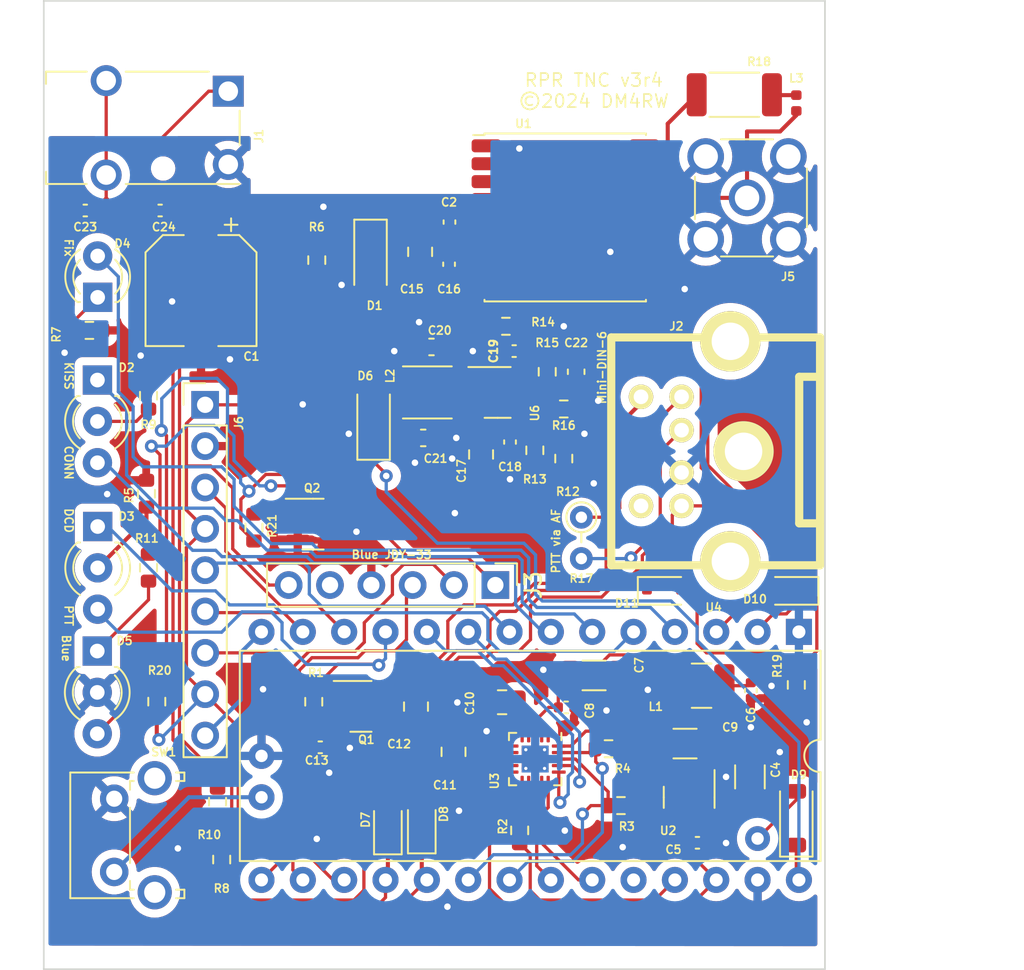
<source format=kicad_pcb>
(kicad_pcb (version 20221018) (generator pcbnew)
  (layers (0 "F.Cu" signal) (31 "B.Cu" signal) (35 "F.Paste" user) (37 "F.SilkS" user "F.Silkscreen") (38 "B.Mask" user) (39 "F.Mask" user) (44 "Edge.Cuts" user))
  (net 0 "")
  (net 1 "GND")
  (net 2 "+3V3")
  (net 3 "+1V8")
  (net 4 "Net-(U3-VDDA)")
  (net 5 "Net-(U3-VAG)")
  (net 6 "RxAudio")
  (net 7 "Net-(U3-LINEIN_L)")
  (net 8 "TxAudio")
  (net 9 "Net-(U3-LINEOUT_L)")
  (net 10 "RXD")
  (net 11 "Net-(Q1-G)")
  (net 12 "CS")
  (net 13 "DC")
  (net 14 "MOSI")
  (net 15 "SCK")
  (net 16 "MISO")
  (net 17 "TxPTT")
  (net 18 "PTT")
  (net 19 "Net-(U6-BOOT)")
  (net 20 "MCLK")
  (net 21 "SDA")
  (net 22 "SCL")
  (net 23 "DCD")
  (net 24 "FIX")
  (net 25 "LRCLK")
  (net 26 "SCLK")
  (net 27 "DOUT")
  (net 28 "DIN")
  (net 29 "TXD")
  (net 30 "KISS")
  (net 31 "Net-(U6-SW)")
  (net 32 "CONN")
  (net 33 "VMEM")
  (net 34 "Net-(D6-A)")
  (net 35 "Net-(U6-FB)")
  (net 36 "Net-(D1-K)")
  (net 37 "Net-(D2-K)")
  (net 38 "Net-(D3-K)")
  (net 39 "Net-(D4-K)")
  (net 40 "PDL-l")
  (net 41 "PDL-r")
  (net 42 "+12V")
  (net 43 "Net-(D9-A)")
  (net 44 "Net-(D10-K)")
  (net 45 "Net-(C22-Pad1)")
  (net 47 "Net-(C23-Pad2)")
  (net 48 "Net-(C24-Pad1)")
  (net 49 "V-Ext")
  (net 50 "Net-(J5-In)")
  (net 51 "Net-(L3-Pad2)")
  (net 52 "Net-(U3-SYS_MCLK)")
  (net 53 "Net-(U6-EN)")
  (net 54 "Net-(U1-VCC_RF)")
  (net 55 "Net-(U4-Program)")
  (net 73 "Blue-TX")
  (net 74 "Blue-RX")
  (net 75 "State")
  (net 76 "Net-(D5-A1)")
  (net 77 "Net-(D5-A2)")
  (net 79 "Net-(Q2-G)")
  (footprint "Capacitor_SMD:C_1206_3216Metric" (layer "F.Cu") (at 177.49 135.382 90)
    (fp_text reference "C4")
    (fp_text value "2µ2")
  )
  (footprint "Capacitor_SMD:C_0402_1005Metric" (layer "F.Cu") (at 174.264 139.432)
    (fp_text reference "C5")
    (fp_text value "100n")
  )
  (footprint "Capacitor_SMD:C_0402_1005Metric" (layer "F.Cu") (at 177.546 130.076 -90)
    (fp_text reference "C6")
    (fp_text value "100n")
  )
  (footprint "Capacitor_SMD:C_1206_3216Metric" (layer "F.Cu") (at 167.914 129.15)
    (fp_text reference "C7")
    (fp_text value "2µ2")
  )
  (footprint "Capacitor_SMD:C_0402_1005Metric" (layer "F.Cu") (at 166.1995 131.1135)
    (fp_text reference "C8")
    (fp_text value "100n")
  )
  (footprint "Capacitor_SMD:C_1206_3216Metric" (layer "F.Cu") (at 173.502 133.336)
    (fp_text reference "C9")
    (fp_text value "2µ2")
  )
  (footprint "Capacitor_SMD:C_0805_2012Metric" (layer "F.Cu") (at 162.2625 130.796 180)
    (fp_text reference "C10")
    (fp_text value "150n")
  )
  (footprint "Capacitor_SMD:C_0805_2012Metric" (layer "F.Cu") (at 159.278 133.844 90)
    (fp_text reference "C11")
    (fp_text value "1µ")
  )
  (footprint "Capacitor_SMD:C_0805_2012Metric" (layer "F.Cu") (at 156.972 131.064 -90)
    (fp_text reference "C12")
    (fp_text value "1µ")
  )
  (footprint "Capacitor_SMD:C_0402_1005Metric" (layer "F.Cu") (at 151.09 133.566)
    (fp_text reference "C13")
    (fp_text value "10n")
  )
  (footprint "Capacitor_SMD:C_0805_2012Metric" (layer "F.Cu") (at 157.226 103.124 90)
    (fp_text reference "C15")
    (fp_text value "10µ")
  )
  (footprint "Capacitor_SMD:C_0402_1005Metric" (layer "F.Cu") (at 159.004 103.886 90)
    (fp_text reference "C16")
    (fp_text value "100n")
  )
  (footprint "TeensyRPR:Mini_DIN_6_TE_Connectivity" (layer "F.Cu") (at 174.518 115.302 -90)
    (fp_text reference "J2")
    (fp_text value "Mini-DIN-6")
  )
  (footprint "Connector_PinHeader_2.54mm:PinHeader_1x09_P2.54mm_Vertical" (layer "F.Cu") (at 144.018 112.522)
    (fp_text reference "J6")
    (fp_text value "Display (option)")
  )
  (footprint "Inductor_SMD:L_1210_3225Metric" (layer "F.Cu") (at 174.518 129.78)
    (fp_text reference "L1")
    (fp_text value "470µ")
  )
  (footprint "Package_TO_SOT_SMD:SOT-23" (layer "F.Cu") (at 153.59 131.05)
    (fp_text reference "Q1")
    (fp_text value "2N7002")
  )
  (footprint "Resistor_SMD:R_0603_1608Metric" (layer "F.Cu") (at 150.69 130.766 -90)
    (fp_text reference "R1")
    (fp_text value "4k7")
  )
  (footprint "Resistor_SMD:R_0603_1608Metric" (layer "F.Cu") (at 163.342 138.67 -90)
    (fp_text reference "R2")
    (fp_text value "100")
  )
  (footprint "Resistor_SMD:R_0603_1608Metric" (layer "F.Cu") (at 169.565 137.146)
    (fp_text reference "R3")
    (fp_text value "2k2")
  )
  (footprint "Resistor_SMD:R_0603_1608Metric" (layer "F.Cu") (at 168.803 133.6535 180)
    (fp_text reference "R4")
    (fp_text value "2k2")
  )
  (footprint "Resistor_SMD:R_0603_1608Metric" (layer "F.Cu") (at 140.4112 117.983 -90)
    (fp_text reference "R5")
    (fp_text value "1k")
  )
  (footprint "Resistor_SMD:R_0603_1608Metric" (layer "F.Cu") (at 136.906 107.95 180)
    (fp_text reference "R7")
    (fp_text value "1k")
  )
  (footprint "Package_TO_SOT_SMD:SOT-23" (layer "F.Cu") (at 173.756 136.638 -90)
    (fp_text reference "U2")
    (fp_text value "AP2120N-1.8TRG1")
  )
  (footprint "TeensyRPR:Teensy40-DIP-28_W15.24mm" (layer "F.Cu") (at 180.499499 126.473501 -90)
    (fp_text reference "U4")
    (fp_text value "Teensy4.0")
  )
  (footprint "Resistor_SMD:R_0603_1608Metric" (layer "F.Cu") (at 140.5382 111.9632 -90)
    (fp_text reference "R9")
    (fp_text value "1k")
  )
  (footprint "TeensyRPR:SGTL5000-QFN-20-1EP_3x3mm_P0.4mm_ThermalVias" (layer "F.Cu") (at 164.2945 134.2885 -90)
    (fp_text reference "U3")
    (fp_text value "SGTL5000XNLA3")
  )
  (footprint "Connector_Coaxial:SMA_Molex_73251-2200_Horizontal" (layer "F.Cu") (at 177.312 99.808 -90)
    (fp_text reference "J5")
    (fp_text value "SMA")
  )
  (footprint "Resistor_SMD:R_0603_1608Metric" (layer "F.Cu") (at 150.876 103.632 -90)
    (fp_text reference "R6")
    (fp_text value "330")
  )
  (footprint "Diode_SMD:D_SOD-123" (layer "F.Cu") (at 154.178 103.506 -90)
    (fp_text reference "D1")
    (fp_text value "D_Schottky")
  )
  (footprint "Capacitor_SMD:CP_Elec_6.3x7.7" (layer "F.Cu") (at 143.764 105.504 -90)
    (fp_text reference "C1")
    (fp_text value "470uF")
  )
  (footprint "LED_THT:LED_D3.0mm-3" (layer "F.Cu") (at 137.4 111 -90)
    (fp_text reference "D2")
    (fp_text value "LED_RG_ACA")
  )
  (footprint "LED_THT:LED_D3.0mm-3" (layer "F.Cu") (at 137.414 120 -90)
    (fp_text reference "D3")
    (fp_text value "LED_RG_ACA")
  )
  (footprint "LED_THT:LED_D3.0mm" (layer "F.Cu") (at 137.414 105.918 90)
    (fp_text reference "D4")
    (fp_text value "LED_G")
  )
  (footprint "Resistor_SMD:R_0603_1608Metric" (layer "F.Cu") (at 140.5382 122.5296 90)
    (fp_text reference "R11")
    (fp_text value "1k")
  )
  (footprint "Button_Switch_THT:SW_Tactile_SPST_Angled_PTS645Vx31-2LFS" (layer "F.Cu") (at 138.43 141.224 90)
    (fp_text reference "SW1")
    (fp_text value "SW_Push")
  )
  (footprint "Capacitor_SMD:C_0402_1005Metric" (layer "F.Cu") (at 136.652 100.584)
    (fp_text reference "C23")
    (fp_text value "10n")
  )
  (footprint "Capacitor_SMD:C_0402_1005Metric" (layer "F.Cu") (at 141.252 100.584)
    (fp_text reference "C24")
    (fp_text value "10n")
  )
  (footprint "Diode_SMD:D_SOD-323" (layer "F.Cu") (at 155.2448 138.5316 90)
    (fp_text reference "D7")
    (fp_text value "TVS_5v")
  )
  (footprint "Diode_SMD:D_SOD-323" (layer "F.Cu") (at 157.3276 138.4722 90)
    (fp_text reference "D8")
    (fp_text value "TVS_5v")
  )
  (footprint "Resistor_SMD:R_0603_1608Metric" (layer "F.Cu") (at 145.034 140.462 90)
    (fp_text reference "R8")
    (fp_text value "10k")
  )
  (footprint "Resistor_SMD:R_0603_1608Metric" (layer "F.Cu") (at 144.78 136.906 90)
    (fp_text reference "R10")
    (fp_text value "10k")
  )
  (footprint "Connector_Audio:Jack_3.5mm_Switronic_ST-005-G_horizontal" (layer "F.Cu") (at 138.938 95.504)
    (fp_text reference "J1")
    (fp_text value "AudioPlug3")
  )
  (footprint "Capacitor_SMD:C_0805_2012Metric" (layer "F.Cu") (at 160.9715 115.5715 -90)
    (fp_text reference "C17")
    (fp_text value "10µ")
  )
  (footprint "Capacitor_SMD:C_0402_1005Metric" (layer "F.Cu") (at 162.7495 114.8095 -90)
    (fp_text reference "C18")
    (fp_text value "100n")
  )
  (footprint "Capacitor_SMD:C_0402_1005Metric" (layer "F.Cu") (at 163.0035 109.2215)
    (fp_text reference "C19")
    (fp_text value "100n")
  )
  (footprint "Capacitor_SMD:C_0603_1608Metric" (layer "F.Cu") (at 157.9235 108.9675 180)
    (fp_text reference "C20")
    (fp_text value "22µ")
  )
  (footprint "Capacitor_SMD:C_0603_1608Metric" (layer "F.Cu") (at 157.4155 114.5555)
    (fp_text reference "C21")
    (fp_text value "22µ")
  )
  (footprint "Capacitor_SMD:C_0603_1608Metric" (layer "F.Cu") (at 166.8135 110.4915 -90)
    (fp_text reference "C22")
    (fp_text value "75pF")
  )
  (footprint "Inductor_SMD:L_Taiyo-Yuden_MD-3030" (layer "F.Cu") (at 157.6695 111.7615 180)
    (fp_text reference "L2")
    (fp_text value "15uH")
  )
  (footprint "Resistor_SMD:R_0603_1608Metric" (layer "F.Cu") (at 166.0515 115.8255 -90)
    (fp_text reference "R12")
    (fp_text value "511k")
  )
  (footprint "Resistor_SMD:R_0603_1608Metric" (layer "F.Cu") (at 164.2735 115.3175 90)
    (fp_text reference "R13")
    (fp_text value "105k")
  )
  (footprint "Resistor_SMD:R_0603_1608Metric" (layer "F.Cu") (at 162.4955 107.6975 180)
    (fp_text reference "R14")
    (fp_text value "49.9")
  )
  (footprint "Resistor_SMD:R_0603_1608Metric" (layer "F.Cu") (at 165.0355 110.4915 90)
    (fp_text reference "R15")
    (fp_text value "100k")
  )
  (footprint "Resistor_SMD:R_0603_1608Metric" (layer "F.Cu") (at 166.0515 112.7775 180)
    (fp_text reference "R16")
    (fp_text value "13.3k")
  )
  (footprint "Package_TO_SOT_SMD:SOT-23-6" (layer "F.Cu") (at 161.9875 111.7615)
    (fp_text reference "U6")
    (fp_text value "TPS54202DDC")
  )
  (footprint "Diode_SMD:D_SOD-123" (layer "F.Cu") (at 154.3675 113.538 90)
    (fp_text reference "D6")
    (fp_text value "D_Schottky")
  )
  (footprint "Diode_SMD:D_SOD-123" (layer "F.Cu") (at 180.34 137.922 90)
    (fp_text reference "D9")
    (fp_text value "D_Schottky")
  )
  (footprint "Resistor_THT:R_Axial_DIN0204_L3.6mm_D1.6mm_P2.54mm_Vertical" (layer "F.Cu") (at 167.132 119.43 -90)
    (fp_text reference "R17")
    (fp_text value "33k")
  )
  (footprint "Resistor_SMD:R_0603_1608Metric" (layer "F.Cu") (at 180.34 129.731 -90)
    (fp_text reference "R19")
    (fp_text value "100")
  )
  (footprint "Capacitor_SMD:C_0402_1005Metric" (layer "F.Cu") (at 159.0294 101.2952 90)
    (fp_text reference "C2")
    (fp_text value "100n")
  )
  (footprint "Diode_SMD:D_SOD-323" (layer "F.Cu") (at 172.212 123.952)
    (fp_text reference "D11")
    (fp_text value "1N4148WS")
  )
  (footprint "Diode_SMD:D_SOD-323" (layer "F.Cu") (at 180.086 123.952 180)
    (fp_text reference "D10")
    (fp_text value "1N4148WS")
  )
  (footprint "Package_TO_SOT_SMD:SOT-23" (layer "F.Cu") (at 150.6451 119.8524)
    (fp_text reference "Q2")
    (fp_text value "2N7002")
  )
  (footprint "LED_THT:LED_D3.0mm-3" (layer "F.Cu") (at 137.3886 127.6504 -90)
    (fp_text reference "D5")
    (fp_text value "LED_RB_ACA")
  )
  (footprint "Resistor_SMD:R_2010_5025Metric" (layer "F.Cu") (at 176.53 93.472 180)
    (fp_text reference "R18")
    (fp_text value "10")
  )
  (footprint "Inductor_SMD:L_0402_1005Metric" (layer "F.Cu") (at 180.34 93.98 90)
    (fp_text reference "L3")
    (fp_text value "56nH")
  )
  (footprint "Connector_PinHeader_2.54mm:PinHeader_1x06_P2.54mm_Vertical" (layer "F.Cu") (at 161.8488 123.5964 -90)
    (fp_text reference "J3")
    (fp_text value "Bluetooth")
  )
  (footprint "Resistor_SMD:R_0603_1608Metric" (layer "F.Cu") (at 147.0152 120.0658 -90)
    (fp_text reference "R21")
    (fp_text value "4k7")
  )
  (footprint "Resistor_SMD:R_0603_1608Metric" (layer "F.Cu") (at 141.0462 130.7592 -90)
    (fp_text reference "R20")
    (fp_text value "1k")
  )
  (footprint "RF_GPS:Quectel_L70-R" (layer "F.Cu") (at 166.14 101.01)
    (fp_text reference "U1")
    (fp_text value "L70-R")
  )
  (gr_line (start 134.1 147.2) (end 134.1 87.7) (stroke (width 0.1)) (layer "Edge.Cuts"))
  (gr_line (start 182.1 147.2) (end 134.1 147.2) (stroke (width 0.1)) (layer "Edge.Cuts"))
  (gr_line (start 134.1 87.7) (end 182.1 87.7) (stroke (width 0.1)) (layer "Edge.Cuts"))
  (gr_line (start 182.1 87.7) (end 182.1 147.2) (stroke (width 0.1)) (layer "Edge.Cuts"))
  (gr_text "CONN" (at 135.636 116.078 -90) (layer "F.SilkS") (effects (font (size 0.5 0.5) (thickness 0.1))))
  (gr_text "KISS" (at 135.636 110.744 270) (layer "F.SilkS") (effects (font (size 0.5 0.5) (thickness 0.1))))
  (gr_text "Fix" (at 135.636 102.87 270) (layer "F.SilkS") (effects (font (size 0.5 0.5) (thickness 0.1))))
  (gr_text "PTT" (at 135.636 125.476 -90) (layer "F.SilkS") (effects (font (size 0.5 0.5) (thickness 0.1))))
  (gr_text "Blue JDY-33" (at 152.9588 122.0216) (layer "F.SilkS") (effects (font (size 0.5 0.5) (thickness 0.1) bold) (justify left bottom)))
  (gr_text "RPR TNC v3r4\n©2024 DM4RW" (at 167.894 93.218) (layer "F.SilkS") (effects (font (size 0.8 0.8) (thickness 0.1))))
  (gr_text "DCD" (at 135.636 119.634 -90) (layer "F.SilkS") (effects (font (size 0.5 0.5) (thickness 0.1))))
  (gr_text "PTT via AF" (at 165.862 122.936 90) (layer "F.SilkS") (effects (font (size 0.5 0.5) (thickness 0.1) bold) (justify left bottom)))
  (gr_text "Blue" (at 135.4836 127.4826 270) (layer "F.SilkS") (effects (font (size 0.5 0.5) (thickness 0.1))))
  (segment locked (start 160.9715 110.7275) (end 160.8875 110.8115) (width 0.2) (layer "F.Cu") (net 1))
  (via locked (at 159.1935 115.8255) (size 0.8) (drill 0.4) (layers "F.Cu" "B.Cu") (net 1))
  (via locked (at 167.894 117.3495) (size 0.8) (drill 0.4) (layers "F.Cu" "B.Cu") (net 1))
  (via (at 152.908 133.604) (size 0.8) (drill 0.4) (layers "F.Cu" "B.Cu") (net 1))
  (via (at 159.512 130.81) (size 0.8) (drill 0.4) (layers "F.Cu" "B.Cu") (net 1))
  (via (at 176.022 139.446) (size 0.8) (drill 0.4) (layers "F.Cu" "B.Cu") (net 1))
  (via (at 135.382 109.3216) (size 0.8) (drill 0.4) (layers "F.Cu" "B.Cu") (net 1))
  (via (at 141.986 106.172) (size 0.8) (drill 0.4) (layers "F.Cu" "B.Cu") (net 1))
  (via (at 145.542 109.728) (size 0.8) (drill 0.4) (layers "F.Cu" "B.Cu") (net 1))
  (via (at 152.4 105.156) (size 0.8) (drill 0.4) (layers "F.Cu" "B.Cu") (net 1))
  (via locked (at 157.1615 107.4435) (size 0.8) (drill 0.4) (layers "F.Cu" "B.Cu") (net 1))
  (via locked (at 159.4475 114.5555) (size 0.8) (drill 0.4) (layers "F.Cu" "B.Cu") (net 1))
  (via (at 178.816 129.794) (size 0.8) (drill 0.4) (layers "F.Cu" "B.Cu") (net 1))
  (via (at 168.676 131.304) (size 0.8) (drill 0.4) (layers "F.Cu" "B.Cu") (net 1))
  (via (at 163.322 96.774) (size 0.8) (drill 0.4) (layers "F.Cu" "B.Cu") (net 1))
  (via (at 150.876 139.192) (size 0.8) (drill 0.4) (layers "F.Cu" "B.Cu") (net 1))
  (via (at 159.3596 119.1768) (size 0.8) (drill 0.4) (layers "F.Cu" "B.Cu") (net 1))
  (via (at 142.3416 139.7762) (size 0.8) (drill 0.4) (layers "F.Cu" "B.Cu") (net 1))
  (via (at 179.324 133.858) (size 0.8) (drill 0.4) (layers "F.Cu" "B.Cu") (net 1))
  (via (at 153.3144 120.3198) (size 0.8) (drill 0.4) (layers "F.Cu" "B.Cu") (net 1))
  (via (at 171.216 130.034) (size 0.8) (drill 0.4) (layers "F.Cu" "B.Cu") (net 1))
  (via (at 166.116 138.684) (size 0.8) (drill 0.4) (layers "F.Cu" "B.Cu") (net 1))
  (via locked (at 168.1675 112.2695) (size 0.8) (drill 0.4) (layers "F.Cu" "B.Cu") (net 1))
  (via (at 161.31 132.574) (size 0.8) (drill 0.4) (layers "F.Cu" "B.Cu") (net 1))
  (via (at 158.9024 143.3576) (size 0.8) (drill 0.4) (layers "F.Cu" "B.Cu") (net 1))
  (via (at 137.9982 118.0084) (size 0.8) (drill 0.4) (layers "F.Cu" "B.Cu") (net 1))
  (via (at 173.482 105.41) (size 0.8) (drill 0.4) (layers "F.Cu" "B.Cu") (net 1))
  (via (at 140.0556 109.4994) (size 0.8) (drill 0.4) (layers "F.Cu" "B.Cu") (net 1))
  (via locked (at 156.9075 116.0795) (size 0.8) (drill 0.4) (layers "F.Cu" "B.Cu") (net 1))
  (via locked (at 152.8435 114.3015) (size 0.8) (drill 0.4) (layers "F.Cu" "B.Cu") (net 1))
  (via locked (at 155.6375 109.2215) (size 0.8) (drill 0.4) (layers "F.Cu" "B.Cu") (net 1))
  (via locked (at 166.0515 107.6975) (size 0.8) (drill 0.4) (layers "F.Cu" "B.Cu") (net 1))
  (via (at 147.574 129.9972) (size 0.8) (drill 0.4) (layers "F.Cu" "B.Cu") (net 1))
  (via locked (at 160.4635 109.2215) (size 0.8) (drill 0.4) (layers "F.Cu" "B.Cu") (net 1))
  (via (at 150.0124 112.4966) (size 0.8) (drill 0.4) (layers "F.Cu" "B.Cu") (net 1))
  (via (at 164.7952 128.8034) (size 0.8) (drill 0.4) (layers "F.Cu" "B.Cu") (net 1))
  (via locked (at 162.7495 117.0955) (size 0.8) (drill 0.4) (layers "F.Cu" "B.Cu") (net 1))
  (via (at 159.6136 137.4648) (size 0.8) (drill 0.4) (layers "F.Cu" "B.Cu") (net 1))
  (via (at 168.91 103.124) (size 0.8) (drill 0.4) (layers "F.Cu" "B.Cu") (net 1))
  (via locked (at 167.3215 114.3015) (size 0.8) (drill 0.4) (layers "F.Cu" "B.Cu") (net 1))
  (via (at 177.546 132.334) (size 0.8) (drill 0.4) (layers "F.Cu" "B.Cu") (net 1))
  (via (at 176.022 135.382) (size 0.8) (drill 0.4) (layers "F.Cu" "B.Cu") (net 1))
  (via (at 180.975 132.0292) (size 0.8) (drill 0.4) (layers "F.Cu" "B.Cu") (net 1))
  (via (at 151.638 135.128) (size 0.8) (drill 0.4) (layers "F.Cu" "B.Cu") (net 1))
  (via (at 169.672 139.7) (size 0.8) (drill 0.4) (layers "F.Cu" "B.Cu") (net 1))
  (via (at 151.2824 100.3554) (size 0.8) (drill 0.4) (layers "F.Cu" "B.Cu") (net 1))
  (segment (start 170.3525 134.4155) (end 169.5905 133.6535) (width 0.2) (layer "F.Cu") (net 2))
  (segment (start 159.794 103.406) (end 159.004 103.406) (width 0.25) (layer "F.Cu") (net 2))
  (segment (start 154.244 105.156) (end 157.226 102.174) (width 0.2) (layer "F.Cu") (net 2))
  (segment (start 161.49 138.7094) (end 161.49 137.922) (width 0.2) (layer "F.Cu") (net 2))
  (segment (start 173.756 137.638) (end 173.756 139.409) (width 0.2) (layer "F.Cu") (net 2))
  (segment (start 162.590011 143.350011) (end 173.782989 143.350011) (width 0.2) (layer "F.Cu") (net 2))
  (segment (start 173.756 139.409) (end 173.779 139.432) (width 0.2) (layer "F.Cu") (net 2))
  (segment (start 160.698 104.31) (end 159.794 103.406) (width 0.25) (layer "F.Cu") (net 2))
  (segment (start 153.7716 138.7094) (end 161.49 138.7094) (width 0.2) (layer "F.Cu") (net 2))
  (segment (start 141.1732 133.096) (end 141.468122 133.096) (width 0.2) (layer "F.Cu") (net 2))
  (segment (start 157.772 102.174) (end 159.004 103.406) (width 0.2) (layer "F.Cu") (net 2))
  (segment (start 163.596 136.892) (end 162.326 136.892) (width 0.2) (layer "F.Cu") (net 2))
  (segment (start 175.918 129.78) (end 177.362 129.78) (width 0.2) (layer "F.Cu") (net 2))
  (segment (start 170.3525 137.146) (end 173.264 137.146) (width 0.2) (layer "F.Cu") (net 2))
  (segment (start 146.05 142.385514) (end 146.615686 142.9512) (width 0.2) (layer "F.Cu") (net 2))
  (segment (start 141.0462 132.969) (end 141.1732 133.096) (width 0.25) (layer "F.Cu") (net 2))
  (segment (start 144.018 130.302) (end 146.05 132.334) (width 0.2) (layer "F.Cu") (net 2))
  (segment (start 153.162 142.9512) (end 153.7716 142.3416) (width 0.2) (layer "F.Cu") (net 2))
  (segment (start 173.756 131.942) (end 173.756 136.654) (width 0.2) (layer "F.Cu") (net 2))
  (segment (start 141.0462 131.5842) (end 141.0462 132.969) (width 0.25) (layer "F.Cu") (net 2))
  (segment (start 144.018 120.142) (end 142.867999 118.991999) (width 0.2) (layer "F.Cu") (net 2))
  (segment (start 142.867999 113.672001) (end 144.018 112.522) (width 0.2) (layer "F.Cu") (net 2))
  (segment (start 173.756 136.654) (end 173.264 137.146) (width 0.2) (layer "F.Cu") (net 2))
  (segment (start 149.1488 123.5964) (end 147.936486 123.5964) (width 0.2) (layer "F.Cu") (net 2))
  (segment (start 161.49 137.728) (end 161.49 137.922) (width 0.2) (layer "F.Cu") (net 2))
  (segment (start 142.867999 116.332) (end 142.867999 116.2812) (width 0.2) (layer "F.Cu") (net 2))
  (segment (start 175.918 129.78) (end 173.756 131.942) (width 0.2) (layer "F.Cu") (net 2))
  (segment (start 142.867999 121.292001) (end 144.018 120.142) (width 0.2) (layer "F.Cu") (net 2))
  (segment (start 173.779 139.432) (end 173.779 140.073002) (width 0.2) (layer "F.Cu") (net 2))
  (segment (start 146.05 132.334) (end 146.05 142.385514) (width 0.2) (layer "F.Cu") (net 2))
  (segment (start 173.782989 143.350011) (end 175.419499 141.713501) (width 0.2) (layer "F.Cu") (net 2))
  (segment (start 142.867999 129.151999) (end 142.867999 121.292001) (width 0.2) (layer "F.Cu") (net 2))
  (segment (start 147.936486 123.5964) (end 145.713 121.372914) (width 0.2) (layer "F.Cu") (net 2))
  (segment (start 145.713 121.372914) (end 145.713 117.635299) (width 0.2) (layer "F.Cu") (net 2))
  (segment (start 162.326 136.892) (end 161.49 137.728) (width 0.2) (layer "F.Cu") (net 2))
  (segment (start 173.264 137.146) (end 173.756 137.638) (width 0.2) (layer "F.Cu") (net 2))
  (segment (start 161.49 142.25) (end 162.590011 143.350011) (width 0.2) (layer "F.Cu") (net 2))
  (segment (start 176.709 137.638) (end 177.49 136.857) (width 0.25) (layer "F.Cu") (net 2))
  (segment (start 173.756 137.638) (end 176.709 137.638) (width 0.25) (layer "F.Cu") (net 2))
  (segment (start 142.867999 116.2812) (end 142.867999 113.672001) (width 0.2) (layer "F.Cu") (net 2))
  (segment (start 146.812 112.522) (end 154.178 105.156) (width 0.2) (layer "F.Cu") (net 2))
  (segment (start 163.8945 135.7385) (end 163.8945 136.5935) (width 0.2) (layer "F.Cu") (net 2))
  (segment (start 163.8945 136.5935) (end 163.596 136.892) (width 0.2) (layer "F.Cu") (net 2))
  (segment (start 170.3525 137.146) (end 170.3525 134.4155) (width 0.2) (layer "F.Cu") (net 2))
  (segment (start 173.779 140.073002) (end 175.419499 141.713501) (width 0.2) (layer "F.Cu") (net 2))
  (segment (start 144.018 130.302) (end 142.867999 129.151999) (width 0.2) (layer "F.Cu") (net 2))
  (segment (start 142.867999 118.991999) (end 142.867999 116.332) (width 0.2) (layer "F.Cu") (net 2))
  (segment (start 146.615686 142.9512) (end 153.162 142.9512) (width 0.2) (layer "F.Cu") (net 2))
  (segment (start 145.713 117.635299) (end 144.358901 116.2812) (width 0.2) (layer "F.Cu") (net 2))
  (segment (start 153.7716 142.3416) (end 153.7716 138.7094) (width 0.2) (layer "F.Cu") (net 2))
  (segment (start 161.49 137.922) (end 161.49 142.25) (width 0.2) (layer "F.Cu") (net 2))
  (segment (start 149.098 123.5456) (end 149.098 122.9736) (width 0.25) (layer "F.Cu") (net 2))
  (segment (start 144.358901 116.2812) (end 142.867999 116.2812) (width 0.2) (layer "F.Cu") (net 2))
  (segment (start 144.018 112.522) (end 146.812 112.522) (width 0.2) (layer "F.Cu") (net 2))
  (segment (start 154.178 105.156) (end 154.244 105.156) (width 0.2) (layer "F.Cu") (net 2))
  (segment (start 161.29 104.31) (end 160.698 104.31) (width 0.25) (layer "F.Cu") (net 2))
  (via (at 141.1732 133.096) (size 0.8) (drill 0.4) (layers "F.Cu" "B.Cu") (net 2))
  (segment (start 141.224 133.096) (end 141.1732 133.096) (width 0.2) (layer "B.Cu") (net 2))
  (segment (start 144.018 130.302) (end 141.224 133.096) (width 0.2) (layer "B.Cu") (net 2))
  (segment (start 172.102 133.336) (end 172.102 134.934) (width 0.2) (layer "F.Cu") (net 3))
  (segment (start 166.4915 133.4885) (end 167.406 132.574) (width 0.2) (layer "F.Cu") (net 3))
  (segment (start 165.7445 133.4885) (end 166.4915 133.4885) (width 0.2) (layer "F.Cu") (net 3))
  (segment (start 167.406 132.574) (end 171.34 132.574) (width 0.2) (layer "F.Cu") (net 3))
  (segment (start 171.34 132.574) (end 172.102 133.336) (width 0.2) (layer "F.Cu") (net 3))
  (segment (start 172.102 134.934) (end 172.806 135.638) (width 0.2) (layer "F.Cu") (net 3))
  (segment (start 167.7302 129.018) (end 168.8592 127.889) (width 0.2) (layer "F.Cu") (net 4))
  (segment (start 168.8592 127.889) (end 171.227 127.889) (width 0.2) (layer "F.Cu") (net 4))
  (segment (start 171.227 127.889) (end 173.118 129.78) (width 0.2) (layer "F.Cu") (net 4))
  (segment (start 166.514 129.018) (end 167.7302 129.018) (width 0.2) (layer "F.Cu") (net 4))
  (segment (start 164.2945 131.939) (end 165.12 131.1135) (width 0.2) (layer "F.Cu") (net 4))
  (segment (start 165.7145 129.8175) (end 165.7145 131.1135) (width 0.2) (layer "F.Cu") (net 4))
  (segment (start 164.2945 132.8385) (end 164.2945 131.939) (width 0.2) (layer "F.Cu") (net 4))
  (segment (start 166.514 129.018) (end 165.7145 129.8175) (width 0.2) (layer "F.Cu") (net 4))
  (segment (start 165.12 131.1135) (end 165.7145 131.1135) (width 0.2) (layer "F.Cu") (net 4))
  (segment (start 163.4945 131.0905) (end 163.2 130.796) (width 0.2) (layer "F.Cu") (net 5))
  (segment (start 163.4945 132.8385) (end 163.4945 131.0905) (width 0.2) (layer "F.Cu") (net 5))
  (segment (start 179.036 121.493372) (end 176.273628 118.731) (width 0.2) (layer "F.Cu") (net 6))
  (segment (start 179.036 123.952) (end 179.036 121.493372) (width 0.2) (layer "F.Cu") (net 6))
  (segment (start 176.273628 118.731) (end 173.28864 118.731) (width 0.2) (layer "F.Cu") (net 6))
  (segment (start 164.0078 126.9492) (end 164.0078 124.868771) (width 0.2) (layer "F.Cu") (net 6))
  (segment (start 170.88 121.785686) (end 170.88 122.351372) (width 0.2) (layer "F.Cu") (net 6))
  (segment (start 172.72 119.945686) (end 170.88 121.785686) (width 0.2) (layer "F.Cu") (net 6))
  (segment (start 164.539689 124.336883) (end 168.380483 124.336883) (width 0.2) (layer "F.Cu") (net 6))
  (segment (start 158.242 129.409686) (end 159.616686 128.035) (width 0.2) (layer "F.Cu") (net 6))
  (segment (start 171.162 123.918) (end 170.237686 122.993686) (width 0.2) (layer "F.Cu") (net 6))
  (segment (start 171.162 123.952) (end 171.162 123.918) (width 0.2) (layer "F.Cu") (net 6))
  (segment (start 169.723679 122.993686) (end 170.237686 122.993686) (width 0.2) (layer "F.Cu") (net 6))
  (segment (start 159.278 132.9065) (end 158.242 131.8705) (width 0.2) (layer "F.Cu") (net 6))
  (segment (start 164.0078 124.868771) (end 164.539689 124.336883) (width 0.2) (layer "F.Cu") (net 6))
  (segment (start 159.616686 128.035) (end 161.303286 128.035) (width 0.2) (layer "F.Cu") (net 6))
  (segment (start 163.2966 127.6604) (end 164.0078 126.9492) (width 0.2) (layer "F.Cu") (net 6))
  (segment (start 168.380483 124.336883) (end 169.723679 122.993686) (width 0.2) (layer "F.Cu") (net 6))
  (segment (start 158.242 131.8705) (end 158.242 129.409686) (width 0.2) (layer "F.Cu") (net 6))
  (segment (start 173.28864 118.731) (end 172.72 119.29964) (width 0.2) (layer "F.Cu") (net 6))
  (segment (start 172.72 119.29964) (end 172.72 119.945686) (width 0.2) (layer "F.Cu") (net 6))
  (segment (start 161.303286 128.035) (end 161.677886 127.6604) (width 0.2) (layer "F.Cu") (net 6))
  (segment (start 161.677886 127.6604) (end 163.2966 127.6604) (width 0.2) (layer "F.Cu") (net 6))
  (segment (start 170.88 122.351372) (end 170.237686 122.993686) (width 0.2) (layer "F.Cu") (net 6))
  (segment (start 159.625 134.6885) (end 159.278 135.0355) (width 0.2) (layer "F.Cu") (net 7))
  (segment (start 162.8445 134.6885) (end 159.625 134.6885) (width 0.2) (layer "F.Cu") (net 7))
  (segment (start 170.18 121.92) (end 170.18 121.9454) (width 0.2) (layer "F.Cu") (net 8))
  (segment (start 161.1376 127.635) (end 159.451 127.635) (width 0.2) (layer "F.Cu") (net 8))
  (segment (start 162.1092 125.2156) (end 161.5186 125.8062) (width 0.2) (layer "F.Cu") (net 8))
  (segment (start 173.28864 114.08026) (end 171.978001 115.390899) (width 0.2) (layer "F.Cu") (net 8))
  (segment (start 171.978001 115.390899) (end 171.978001 120.121999) (width 0.2) (layer "F.Cu") (net 8))
  (segment (start 168.1988 123.9266) (end 164.384286 123.9266) (width 0.2) (layer "F.Cu") (net 8))
  (segment (start 161.5186 125.8062) (end 161.5186 127.254) (width 0.2) (layer "F.Cu") (net 8))
  (segment (start 161.5186 127.254) (end 161.1376 127.635) (width 0.2) (layer "F.Cu") (net 8))
  (segment (start 159.451 127.635) (end 156.972 130.114) (width 0.2) (layer "F.Cu") (net 8))
  (segment (start 171.958 120.142) (end 170.18 121.92) (width 0.2) (layer "F.Cu") (net 8))
  (segment (start 163.095285 125.2156) (end 162.1092 125.2156) (width 0.2) (layer "F.Cu") (net 8))
  (segment (start 164.384286 123.9266) (end 163.095285 125.2156) (width 0.2) (layer "F.Cu") (net 8))
  (segment (start 170.18 121.9454) (end 168.1988 123.9266) (width 0.2) (layer "F.Cu") (net 8))
  (segment (start 171.978001 120.121999) (end 171.958 120.142) (width 0.2) (layer "F.Cu") (net 8))
  (via (at 170.18 121.92) (size 0.8) (drill 0.4) (layers "F.Cu" "B.Cu") (net 8))
  (segment (start 170.13 121.97) (end 170.18 121.92) (width 0.2) (layer "B.Cu") (net 8))
  (segment (start 167.132 121.97) (end 170.13 121.97) (width 0.2) (layer "B.Cu") (net 8))
  (segment (start 158.521091 133.8885) (end 156.972 132.339409) (width 0.2) (layer "F.Cu") (net 9))
  (segment (start 162.8445 133.8885) (end 158.521091 133.8885) (width 0.2) (layer "F.Cu") (net 9))
  (segment (start 156.972 132.339409) (end 156.972 132.014) (width 0.2) (layer "F.Cu") (net 9))
  (segment (start 180.34 121.666) (end 174.898 116.224) (width 0.2) (layer "F.Cu") (net 10))
  (segment (start 162.537686 97.71) (end 161.29 97.71) (width 0.2) (layer "F.Cu") (net 10))
  (segment (start 180.34 124.754686) (end 180.34 121.666) (width 0.2) (layer "F.Cu") (net 10))
  (segment (start 178.924 125.368) (end 179.726686 125.368) (width 0.2) (layer "F.Cu") (net 10))
  (segment (start 179.726686 125.368) (end 180.34 124.754686) (width 0.2) (layer "F.Cu") (net 10))
  (segment (start 174.898 111.115157) (end 164.084 100.301157) (width 0.2) (layer "F.Cu") (net 10))
  (segment (start 174.898 116.224) (end 174.898 111.115157) (width 0.2) (layer "F.Cu") (net 10))
  (segment (start 164.084 99.256314) (end 162.537686 97.71) (width 0.2) (layer "F.Cu") (net 10))
  (segment (start 177.959499 126.332501) (end 178.924 125.368) (width 0.2) (layer "F.Cu") (net 10))
  (segment (start 177.959499 126.473501) (end 177.959499 126.332501) (width 0.2) (layer "F.Cu") (net 10))
  (segment (start 164.084 100.301157) (end 164.084 99.256314) (width 0.2) (layer "F.Cu") (net 10))
  (segment (start 152.181 130.1) (end 150.69 131.591) (width 0.2) (layer "F.Cu") (net 11))
  (segment (start 152.59 130.1) (end 152.181 130.1) (width 0.2) (layer "F.Cu") (net 11))
  (segment (start 150.69 133.486) (end 150.61 133.566) (width 0.2) (layer "F.Cu") (net 11))
  (segment (start 150.69 131.591) (end 150.69 133.486) (width 0.2) (layer "F.Cu") (net 11))
  (segment (start 152.559499 126.473501) (end 150.977798 124.8918) (width 0.2) (layer "F.Cu") (net 12))
  (segment (start 148.6662 124.8918) (end 145.288 121.5136) (width 0.2) (layer "F.Cu") (net 12))
  (segment (start 150.977798 124.8918) (end 148.6662 124.8918) (width 0.2) (layer "F.Cu") (net 12))
  (segment (start 145.288 121.5136) (end 145.288 118.872) (width 0.2) (layer "F.Cu") (net 12))
  (segment (start 145.288 118.872) (end 144.018 117.602) (width 0.2) (layer "F.Cu") (net 12))
  (segment (start 161.79 125.544002) (end 161.79 125.484314) (width 0.2) (layer "B.Cu") (net 13))
  (segment (start 150.1026 122.2502) (end 144.4498 122.2502) (width 0.2) (layer "B.Cu") (net 13))
  (segment (start 161.79 125.484314) (end 161.20373 124.898044) (width 0.2) (layer "B.Cu") (net 13))
  (segment (start 161.20373 124.898044) (end 151.161644 124.898044) (width 0.2) (layer "B.Cu") (net 13))
  (segment (start 162.719499 126.473501) (end 161.79 125.544002) (width 0.2) (layer "B.Cu") (net 13))
  (segment (start 151.161644 124.898044) (end 150.4188 124.1552) (width 0.2) (layer "B.Cu") (net 13))
  (segment (start 150.4188 124.1552) (end 150.4188 122.5664) (width 0.2) (layer "B.Cu") (net 13))
  (segment (start 144.4498 122.2502) (end 144.018 122.682) (width 0.2) (layer "B.Cu") (net 13))
  (segment (start 150.4188 122.5664) (end 150.1026 122.2502) (width 0.2) (layer "B.Cu") (net 13))
  (segment (start 144.144501 125.348501) (end 144.018 125.222) (width 0.25) (layer "F.Cu") (net 14))
  (segment (start 148.837798 125.2918) (end 144.201202 125.2918) (width 0.2) (layer "F.Cu") (net 14))
  (segment (start 150.019499 126.473501) (end 148.837798 125.2918) (width 0.2) (layer "F.Cu") (net 14))
  (segment (start 144.201202 125.2918) (end 144.144501 125.348501) (width 0.2) (layer "F.Cu") (net 14))
  (segment (start 147.955 127.762) (end 144.018 127.762) (width 0.2) (layer "F.Cu") (net 15))
  (segment (start 149.0092 128.8162) (end 147.955 127.762) (width 0.2) (layer "F.Cu") (net 15))
  (segment (start 147.479499 141.713501) (end 149.0092 140.1838) (width 0.2) (layer "F.Cu") (net 15))
  (segment (start 149.0092 140.1838) (end 149.0092 128.8162) (width 0.2) (layer "F.Cu") (net 15))
  (segment (start 146.2024 130.6576) (end 144.018 132.842) (width 0.25) (layer "B.Cu") (net 16))
  (segment (start 146.2024 127.7506) (end 146.2024 130.6576) (width 0.25) (layer "B.Cu") (net 16))
  (segment (start 147.479499 126.473501) (end 146.2024 127.7506) (width 0.25) (layer "B.Cu") (net 16))
  (segment (start 158.9278 127.592514) (end 158.9278 125.8062) (width 0.2) (layer "F.Cu") (net 17))
  (segment (start 164.2504 123.4948) (end 168.064914 123.4948) (width 0.2) (layer "F.Cu") (net 17))
  (segment (start 154.5275 131.05) (end 154.5275 130.2065) (width 0.2) (layer "F.Cu") (net 17))
  (segment (start 167.132 119.43) (end 168.932 119.43) (width 0.2) (layer "F.Cu") (net 17))
  (segment (start 168.656 122.903714) (end 168.656 119.706) (width 0.2) (layer "F.Cu") (net 17))
  (segment (start 171.39 116.05) (end 171.39 113.92912) (width 0.2) (layer "F.Cu") (net 17))
  (segment (start 171.39 113.92912) (end 173.28864 112.03048) (width 0.2) (layer "F.Cu") (net 17))
  (segment (start 169.49 117.95) (end 171.39 116.05) (width 0.2) (layer "F.Cu") (net 17))
  (segment (start 158.9278 125.8062) (end 159.9184 124.8156) (width 0.2) (layer "F.Cu") (net 17))
  (segment (start 154.5275 130.2065) (end 155.956 128.778) (width 0.2) (layer "F.Cu") (net 17))
  (segment (start 162.9296 124.8156) (end 164.2504 123.4948) (width 0.2) (layer "F.Cu") (net 17))
  (segment (start 155.956 128.778) (end 157.742314 128.778) (width 0.2) (layer "F.Cu") (net 17))
  (segment (start 168.932 119.43) (end 169.49 118.872) (width 0.2) (layer "F.Cu") (net 17))
  (segment (start 168.656 119.706) (end 169.49 118.872) (width 0.2) (layer "F.Cu") (net 17))
  (segment (start 159.9184 124.8156) (end 162.9296 124.8156) (width 0.2) (layer "F.Cu") (net 17))
  (segment (start 168.064914 123.4948) (end 168.656 122.903714) (width 0.2) (layer "F.Cu") (net 17))
  (segment (start 169.49 118.872) (end 169.49 117.95) (width 0.2) (layer "F.Cu") (net 17))
  (segment (start 157.742314 128.778) (end 158.9278 127.592514) (width 0.2) (layer "F.Cu") (net 17))
  (segment (start 150.69 129.941) (end 152.1706 128.4604) (width 0.2) (layer "F.Cu") (net 18))
  (segment (start 154.6224 128.4604) (end 154.686 128.524) (width 0.2) (layer "F.Cu") (net 18))
  (segment (start 152.1706 128.4604) (end 154.6224 128.4604) (width 0.2) (layer "F.Cu") (net 18))
  (via (at 154.686 128.524) (size 0.8) (drill 0.4) (layers "F.Cu" "B.Cu") (net 18))
  (segment (start 145.034 126.492) (end 146.2786 125.2474) (width 0.2) (layer "B.Cu") (net 18))
  (segment (start 148.7424 126.9492) (end 150.2664 128.4732) (width 0.2) (layer "B.Cu") (net 18))
  (segment (start 138.684 126.492) (end 145.034 126.492) (width 0.2) (layer "B.Cu") (net 18))
  (segment (start 137.414 125.08) (end 137.414 125.222) (width 0.2) (layer "B.Cu") (net 18))
  (segment (start 155.099499 126.473501) (end 155.099499 128.110501) (width 0.2) (layer "B.Cu") (net 18))
  (segment (start 146.2786 125.2474) (end 148.082 125.2474) (width 0.2) (layer "B.Cu") (net 18))
  (segment (start 137.414 125.222) (end 138.684 126.492) (width 0.2) (layer "B.Cu") (net 18))
  (segment (start 150.2664 128.4732) (end 154.6352 128.4732) (width 0.2) (layer "B.Cu") (net 18))
  (segment (start 154.6352 128.4732) (end 154.686 128.524) (width 0.2) (layer "B.Cu") (net 18))
  (segment (start 155.099499 128.110501) (end 154.686 128.524) (width 0.2) (layer "B.Cu") (net 18))
  (segment (start 148.7424 125.9078) (end 148.7424 126.9492) (width 0.2) (layer "B.Cu") (net 18))
  (segment (start 148.082 125.2474) (end 148.7424 125.9078) (width 0.2) (layer "B.Cu") (net 18))
  (segment locked (start 163.4835 110.4155) (end 163.0875 110.8115) (width 0.25) (layer "F.Cu") (net 19))
  (segment locked (start 163.4835 109.2215) (end 163.4835 110.4155) (width 0.25) (layer "F.Cu") (net 19))
  (segment (start 163.99 140.1055) (end 163.99 142.366) (width 0.2) (layer "F.Cu") (net 20))
  (segment (start 163.342 139.4575) (end 163.99 140.1055) (width 0.2) (layer "F.Cu") (net 20))
  (segment (start 163.99 142.366) (end 164.574 142.95) (width 0.2) (layer "F.Cu") (net 20))
  (segment (start 171.643 142.95) (end 172.879499 141.713501) (width 0.2) (layer "F.Cu") (net 20))
  (segment (start 164.574 142.95) (end 171.643 142.95) (width 0.2) (layer "F.Cu") (net 20))
  (segment (start 168.7775 136.295) (end 168.7775 137.146) (width 0.2) (layer "F.Cu") (net 21))
  (segment (start 166.771 134.2885) (end 168.7775 136.295) (width 0.2) (layer "F.Cu") (net 21))
  (segment (start 168.7775 137.146) (end 167.720157 137.146) (width 0.2) (layer "F.Cu") (net 21))
  (segment (start 167.198773 137.667384) (end 167.720157 137.146) (width 0.2) (layer "F.Cu") (net 21))
  (segment (start 165.7445 134.2885) (end 166.771 134.2885) (width 0.2) (layer "F.Cu") (net 21))
  (via (at 167.198773 137.667384) (size 0.8) (drill 0.4) (layers "F.Cu" "B.Cu") (net 21))
  (segment (start 161.7294 140.1636) (end 166.483714 140.1636) (width 0.2) (layer "B.Cu") (net 21))
  (segment (start 160.179499 141.713501) (end 161.7294 140.1636) (width 0.2) (layer "B.Cu") (net 21))
  (segment (start 166.483714 140.1636) (end 167.198773 139.448541) (width 0.2) (layer "B.Cu") (net 21))
  (segment (start 167.198773 139.448541) (end 167.198773 137.667384) (width 0.2) (layer "B.Cu") (net 21))
  (segment (start 168.0155 134.4535) (end 168.422 134.86) (width 0.2) (layer "F.Cu") (net 22))
  (segment (start 168.0155 133.6535) (end 168.0155 134.4535) (width 0.2) (layer "F.Cu") (net 22))
  (segment (start 165.7445 133.8885) (end 167.7805 133.8885) (width 0.2) (layer "F.Cu") (net 22))
  (segment (start 167.7805 133.8885) (end 168.0155 133.6535) (width 0.2) (layer "F.Cu") (net 22))
  (via (at 168.422 134.86) (size 0.8) (drill 0.4) (layers "F.Cu" "B.Cu") (net 22))
  (segment (start 166.6494 140.5636) (end 168.422 138.791) (width 0.2) (layer "B.Cu") (net 22))
  (segment (start 162.719499 141.713501) (end 163.8694 140.5636) (width 0.2) (layer "B.Cu") (net 22))
  (segment (start 168.422 138.791) (end 168.422 134.86) (width 0.2) (layer "B.Cu") (net 22))
  (segment (start 163.8694 140.5636) (end 166.6494 140.5636) (width 0.2) (layer "B.Cu") (net 22))
  (segment (start 162.1004 127.6604) (end 169.1526 127.6604) (width 0.2) (layer "B.Cu") (net 23))
  (segment (start 161.39 126.95) (end 162.1004 127.6604) (width 0.2) (layer "B.Cu") (net 23))
  (segment (start 141.986 123.952) (end 144.653 123.952) (width 0.2) (layer "B.Cu") (net 23))
  (segment (start 148.69833 125.298044) (end 161.038044 125.298044) (width 0.2) (layer "B.Cu") (net 23))
  (segment (start 137.414 120) (end 138.034 120) (width 0.2) (layer "B.Cu") (net 23))
  (segment (start 169.1526 127.6604) (end 170.339499 126.473501) (width 0.2) (layer "B.Cu") (net 23))
  (segment (start 161.39 125.65) (end 161.39 126.95) (width 0.2) (layer "B.Cu") (net 23))
  (segment (start 161.038044 125.298044) (end 161.39 125.65) (width 0.2) (layer "B.Cu") (net 23))
  (segment (start 138.034 120) (end 141.986 123.952) (width 0.2) (layer "B.Cu") (net 23))
  (segment (start 148.215886 124.8156) (end 148.69833 125.298044) (width 0.2) (layer "B.Cu") (net 23))
  (segment (start 145.5166 124.8156) (end 148.215886 124.8156) (width 0.2) (layer "B.Cu") (net 23))
  (segment (start 144.653 123.952) (end 145.5166 124.8156) (width 0.2) (layer "B.Cu") (net 23))
  (segment (start 145.034 116.332) (end 140.208 116.332) (width 0.2) (layer "B.Cu") (net 24))
  (segment (start 148.0758 121.0502) (end 145.796 118.7704) (width 0.2) (layer "B.Cu") (net 24))
  (segment (start 150.599655 121.0502) (end 148.0758 121.0502) (width 0.2) (layer "B.Cu") (net 24))
  (segment (start 163.8934 121.918829) (end 163.424771 121.4502) (width 0.2) (layer "B.Cu") (net 24))
  (segment (start 172.879499 126.473501) (end 171.379499 124.973501) (width 0.2) (layer "B.Cu") (net 24))
  (segment (start 138.684 111.718314) (end 138.684 104.648) (width 0.2) (layer "B.Cu") (net 24))
  (segment (start 145.796 118.7704) (end 145.796 117.094) (width 0.2) (layer "B.Cu") (net 24))
  (segment (start 138.684 104.648) (end 137.414 103.378) (width 0.2) (layer "B.Cu") (net 24))
  (segment (start 164.401186 124.973501) (end 163.8934 124.465714) (width 0.2) (layer "B.Cu") (net 24))
  (segment (start 163.424771 121.4502) (end 150.999656 121.4502) (width 0.2) (layer "B.Cu") (net 24))
  (segment (start 163.8934 124.465714) (end 163.8934 121.918829) (width 0.2) (layer "B.Cu") (net 24))
  (segment (start 140.208 116.332) (end 139.592 115.716) (width 0.2) (layer "B.Cu") (net 24))
  (segment (start 150.999656 121.4502) (end 150.599655 121.0502) (width 0.2) (layer "B.Cu") (net 24))
  (segment (start 145.796 117.094) (end 145.034 116.332) (width 0.2) (layer "B.Cu") (net 24))
  (segment (start 139.592 115.716) (end 139.592 112.626314) (width 0.2) (layer "B.Cu") (net 24))
  (segment (start 171.379499 124.973501) (end 164.401186 124.973501) (width 0.2) (layer "B.Cu") (net 24))
  (segment (start 139.592 112.626314) (end 138.684 111.718314) (width 0.2) (layer "B.Cu") (net 24))
  (segment (start 164.6945 135.7385) (end 164.6945 137.095686) (width 0.2) (layer "F.Cu") (net 25))
  (segment (start 164.3888 137.401386) (end 164.3888 139.938614) (width 0.2) (layer "F.Cu") (net 25))
  (segment (start 164.39 140.844002) (end 165.259499 141.713501) (width 0.2) (layer "F.Cu") (net 25))
  (segment (start 164.3888 139.938614) (end 164.39 139.939815) (width 0.2) (layer "F.Cu") (net 25))
  (segment (start 164.6945 137.095686) (end 164.3888 137.401386) (width 0.2) (layer "F.Cu") (net 25))
  (segment (start 164.39 139.939815) (end 164.39 140.844002) (width 0.2) (layer "F.Cu") (net 25))
  (segment (start 165.0945 137.261372) (end 165.0945 135.7385) (width 0.2) (layer "F.Cu") (net 26))
  (segment (start 164.7888 139.5412) (end 164.7888 137.567072) (width 0.2) (layer "F.Cu") (net 26))
  (segment (start 166.961101 141.713501) (end 164.7888 139.5412) (width 0.2) (layer "F.Cu") (net 26))
  (segment (start 164.7888 137.567072) (end 165.0945 137.261372) (width 0.2) (layer "F.Cu") (net 26))
  (segment (start 167.799499 141.713501) (end 166.961101 141.713501) (width 0.2) (layer "F.Cu") (net 26))
  (segment (start 165.7445 135.0885) (end 165.7445 136.8815) (width 0.2) (layer "F.Cu") (net 27))
  (segment (start 165.7445 136.8815) (end 165.8185 136.9555) (width 0.2) (layer "F.Cu") (net 27))
  (via (at 165.8185 136.9555) (size 0.8) (drill 0.4) (layers "F.Cu" "B.Cu") (net 27))
  (segment (start 161.690312 128.55) (end 162.332 128.55) (width 0.2) (layer "B.Cu") (net 27))
  (segment (start 166.324999 136.449001) (end 165.8185 136.9555) (width 0.2) (layer "B.Cu") (net 27))
  (segment (start 166.59 132.808) (end 166.59 135.084498) (width 0.2) (layer "B.Cu") (net 27))
  (segment (start 158.784 127.635) (end 160.775312 127.635) (width 0.2) (layer "B.Cu") (net 27))
  (segment (start 166.59 135.084498) (end 166.324999 135.349499) (width 0.2) (layer "B.Cu") (net 27))
  (segment (start 157.639499 126.490499) (end 158.784 127.635) (width 0.2) (layer "B.Cu") (net 27))
  (segment (start 162.332 128.55) (end 166.59 132.808) (width 0.2) (layer "B.Cu") (net 27))
  (segment (start 160.775312 127.635) (end 161.690312 128.55) (width 0.2) (layer "B.Cu") (net 27))
  (segment (start 166.324999 135.349499) (end 166.324999 136.449001) (width 0.2) (layer "B.Cu") (net 27))
  (segment (start 157.639499 126.473501) (end 157.639499 126.490499) (width 0.2) (layer "B.Cu") (net 27))
  (segment (start 166.593685 134.6885) (end 167.025 135.119815) (width 0.2) (layer "F.Cu") (net 28))
  (segment (start 165.7445 134.6885) (end 166.593685 134.6885) (width 0.2) (layer "F.Cu") (net 28))
  (segment (start 167.025 135.119815) (end 167.025 135.6855) (width 0.2) (layer "F.Cu") (net 28))
  (via (at 167.025 135.6855) (size 0.8) (drill 0.4) (layers "F.Cu" "B.Cu") (net 28))
  (segment (start 167.025 135.6855) (end 167.025 132.6588) (width 0.2) (layer "B.Cu") (net 28))
  (segment (start 162.5162 128.15) (end 161.855998 128.15) (width 0.2) (layer "B.Cu") (net 28))
  (segment (start 161.855998 128.15) (end 160.179499 126.473501) (width 0.2) (layer "B.Cu") (net 28))
  (segment (start 167.025 132.6588) (end 162.5162 128.15) (width 0.2) (layer "B.Cu") (net 28))
  (segment (start 179.561 124.968) (end 176.925 124.968) (width 0.2) (layer "F.Cu") (net 29))
  (segment (start 174.498 111.280843) (end 174.498 116.389686) (width 0.2) (layer "F.Cu") (net 29))
  (segment (start 161.29 98.81) (end 163.072 98.81) (width 0.2) (layer "F.Cu") (net 29))
  (segment (start 174.498 116.389686) (end 179.94 121.831686) (width 0.2) (layer "F.Cu") (net 29))
  (segment (start 163.684 100.466843) (end 174.498 111.280843) (width 0.2) (layer "F.Cu") (net 29))
  (segment (start 179.94 121.831686) (end 179.94 124.589) (width 0.2) (layer "F.Cu") (net 29))
  (segment (start 163.684 99.422) (end 163.684 100.466843) (width 0.2) (layer "F.Cu") (net 29))
  (segment (start 176.925 124.968) (end 175.419499 126.473501) (width 0.2) (layer "F.Cu") (net 29))
  (segment (start 179.94 124.589) (end 179.561 124.968) (width 0.2) (layer "F.Cu") (net 29))
  (segment (start 163.072 98.81) (end 163.684 99.422) (width 0.2) (layer "F.Cu") (net 29))
  (segment (start 150.833971 121.8502) (end 163.259085 121.8502) (width 0.2) (layer "B.Cu") (net 30))
  (segment (start 144.526 118.872) (end 145.288 119.634) (width 0.2) (layer "B.Cu") (net 30))
  (segment (start 166.699499 125.373501) (end 167.799499 126.473501) (width 0.2) (layer "B.Cu") (net 30))
  (segment (start 139.192 112.792) (end 139.192 116.84) (width 0.2) (layer "B.Cu") (net 30))
  (segment (start 145.9992 119.634) (end 147.8154 121.4502) (width 0.2) (layer "B.Cu") (net 30))
  (segment (start 163.4934 124.6314) (end 164.235501 125.373501) (width 0.2) (layer "B.Cu") (net 30))
  (segment (start 139.192 116.84) (end 141.224 118.872) (width 0.2) (layer "B.Cu") (net 30))
  (segment (start 164.235501 125.373501) (end 166.699499 125.373501) (width 0.2) (layer "B.Cu") (net 30))
  (segment (start 137.4 111) (end 139.192 112.792) (width 0.2) (layer "B.Cu") (net 30))
  (segment (start 145.288 119.634) (end 145.9992 119.634) (width 0.2) (layer "B.Cu") (net 30))
  (segment (start 163.4934 122.084515) (end 163.4934 124.6314) (width 0.2) (layer "B.Cu") (net 30))
  (segment (start 163.259085 121.8502) (end 163.4934 122.084515) (width 0.2) (layer "B.Cu") (net 30))
  (segment (start 150.43397 121.4502) (end 150.833971 121.8502) (width 0.2) (layer "B.Cu") (net 30))
  (segment (start 141.224 118.872) (end 144.526 118.872) (width 0.2) (layer "B.Cu") (net 30))
  (segment (start 147.8154 121.4502) (end 150.43397 121.4502) (width 0.2) (layer "B.Cu") (net 30))
  (segment locked (start 159.7015 111.7615) (end 160.8875 111.7615) (width 0.25) (layer "F.Cu") (net 31))
  (segment locked (start 161.9875 111.2535) (end 161.9875 109.7575) (width 0.2) (layer "F.Cu") (net 31))
  (segment locked (start 160.8875 111.7615) (end 161.4795 111.7615) (width 0.2) (layer "F.Cu") (net 31))
  (segment locked (start 161.4795 111.7615) (end 161.9875 111.2535) (width 0.2) (layer "F.Cu") (net 31))
  (segment locked (start 161.9875 109.7575) (end 162.5235 109.2215) (width 0.2) (layer "F.Cu") (net 31))
  (segment locked (start 158.7695 111.7615) (end 159.7015 111.7615) (width 0.25) (layer "F.Cu") (net 31))
  (segment (start 150.268285 121.8502) (end 145.052546 121.8502) (width 0.2) (layer "B.Cu") (net 32))
  (segment (start 165.259499 126.473501) (end 164.751301 126.473501) (width 0.2) (layer "B.Cu") (net 32))
  (segment (start 144.665146 121.4628) (end 143.249114 121.4628) (width 0.2) (layer "B.Cu") (net 32))
  (segment (start 150.668286 122.2502) (end 150.268285 121.8502) (width 0.2) (layer "B.Cu") (net 32))
  (segment (start 145.052546 121.8502) (end 144.665146 121.4628) (width 0.2) (layer "B.Cu") (net 32))
  (segment (start 163.0934 124.8156) (end 163.0934 122.2502) (width 0.2) (layer "B.Cu") (net 32))
  (segment (start 143.249114 121.4628) (end 137.866314 116.08) (width 0.2) (layer "B.Cu") (net 32))
  (segment (start 163.0934 122.2502) (end 150.668286 122.2502) (width 0.2) (layer "B.Cu") (net 32))
  (segment (start 164.751301 126.473501) (end 163.0934 124.8156) (width 0.2) (layer "B.Cu") (net 32))
  (segment (start 137.866314 116.08) (end 137.4 116.08) (width 0.2) (layer "B.Cu") (net 32))
  (segment (start 143.764 102.804) (end 150.873 102.804) (width 0.25) (layer "F.Cu") (net 33))
  (segment (start 159.0294 101.7752) (end 159.286 102.0318) (width 0.25) (layer "F.Cu") (net 33))
  (segment (start 152.781 100.838) (end 157.8102 100.838) (width 0.25) (layer "F.Cu") (net 33))
  (segment (start 158.7474 101.7752) (end 159.0294 101.7752) (width 0.25) (layer "F.Cu") (net 33))
  (segment (start 159.286 102.0318) (end 161.2118 102.0318) (width 0.25) (layer "F.Cu") (net 33))
  (segment (start 157.8102 100.838) (end 158.7474 101.7752) (width 0.25) (layer "F.Cu") (net 33))
  (segment (start 161.2118 102.0318) (end 161.29 102.11) (width 0.25) (layer "F.Cu") (net 33))
  (segment (start 150.873 102.804) (end 150.876 102.807) (width 0.25) (layer "F.Cu") (net 33))
  (segment (start 150.876 102.807) (end 150.876 102.743) (width 0.25) (layer "F.Cu") (net 33))
  (segment (start 150.876 102.743) (end 152.781 100.838) (width 0.25) (layer "F.Cu") (net 33))
  (segment locked (start 156.5695 111.0965) (end 158.6985 108.9675) (width 0.25) (layer "F.Cu") (net 34))
  (segment locked (start 156.5695 111.7615) (end 156.5695 111.0965) (width 0.25) (layer "F.Cu") (net 34))
  (segment locked (start 154.3675 111.888) (end 156.443 111.888) (width 0.25) (layer "F.Cu") (net 34))
  (segment locked (start 156.443 111.888) (end 156.5695 111.7615) (width 0.25) (layer "F.Cu") (net 34))
  (segment locked (start 159.9685 107.6975) (end 158.6985 108.9675) (width 0.25) (layer "F.Cu") (net 34))
  (segment locked (start 161.6705 107.6975) (end 159.9685 107.6975) (width 0.25) (layer "F.Cu") (net 34))
  (segment locked (start 156.5695 114.4845) (end 156.6405 114.5555) (width 0.25) (layer "F.Cu") (net 34))
  (segment locked (start 156.5695 111.7615) (end 156.5695 114.4845) (width 0.25) (layer "F.Cu") (net 34))
  (segment locked (start 163.0875 112.7115) (end 163.6405 112.7115) (width 0.25) (layer "F.Cu") (net 35))
  (segment locked (start 163.6405 112.7115) (end 165.0355 111.3165) (width 0.25) (layer "F.Cu") (net 35))
  (segment locked (start 165.0855 111.2665) (end 165.0355 111.3165) (width 0.25) (layer "F.Cu") (net 35))
  (segment locked (start 165.0355 111.3165) (end 165.0355 112.5865) (width 0.25) (layer "F.Cu") (net 35))
  (segment locked (start 166.8135 111.2665) (end 165.0855 111.2665) (width 0.25) (layer "F.Cu") (net 35))
  (segment locked (start 165.0355 112.5865) (end 165.2265 112.7775) (width 0.25) (layer "F.Cu") (net 35))
  (segment (start 150.876 104.457) (end 151.892 103.441) (width 0.25) (layer "F.Cu") (net 36))
  (segment (start 151.892 103.441) (end 151.892 102.616) (width 0.25) (layer "F.Cu") (net 36))
  (segment (start 151.892 102.616) (end 152.652 101.856) (width 0.25) (layer "F.Cu") (net 36))
  (segment (start 152.652 101.856) (end 154.178 101.856) (width 0.25) (layer "F.Cu") (net 36))
  (segment (start 139.7864 113.54) (end 140.5382 112.7882) (width 0.2) (layer "F.Cu") (net 37))
  (segment (start 137.4 113.54) (end 139.7864 113.54) (width 0.2) (layer "F.Cu") (net 37))
  (segment (start 140.4112 119.5428) (end 140.4112 118.808) (width 0.25) (layer "F.Cu") (net 38))
  (segment (start 137.414 122.54) (end 140.4112 119.5428) (width 0.25) (layer "F.Cu") (net 38))
  (segment (start 136.081 107.95) (end 136.081 107.251) (width 0.2) (layer "F.Cu") (net 39))
  (segment (start 136.081 107.251) (end 137.414 105.918) (width 0.2) (layer "F.Cu") (net 39))
  (segment (start 154.54 143.3512) (end 146.45 143.3512) (width 0.2) (layer "F.Cu") (net 40))
  (segment (start 146.45 143.3512) (end 145.034 141.9352) (width 0.2) (layer "F.Cu") (net 40))
  (segment (start 155.099499 142.791701) (end 154.54 143.3512) (width 0.2) (layer "F.Cu") (net 40))
  (segment (start 155.099499 141.713501) (end 155.099499 142.791701) (width 0.2) (layer "F.Cu") (net 40))
  (segment (start 155.2448 141.5682) (end 155.099499 141.713501) (width 0.25) (layer "F.Cu") (net 40))
  (segment (start 155.2448 139.5816) (end 155.2448 141.5682) (width 0.25) (layer "F.Cu") (net 40))
  (segment (start 145.034 141.9352) (end 145.034 141.287) (width 0.2) (layer "F.Cu") (net 40))
  (segment (start 155.6018 143.7512) (end 145.9742 143.7512) (width 0.2) (layer "F.Cu") (net 41))
  (segment (start 144.018 138.493) (end 144.78 137.731) (width 0.2) (layer "F.Cu") (net 41))
  (segment (start 145.9742 143.7512) (end 144.018 141.795) (width 0.2) (layer "F.Cu") (net 41))
  (segment (start 157.3276 139.5222) (end 157.3276 141.401602) (width 0.25) (layer "F.Cu") (net 41))
  (segment (start 157.639499 141.713501) (end 155.6018 143.7512) (width 0.2) (layer "F.Cu") (net 41))
  (segment (start 144.018 141.795) (end 144.018 138.493) (width 0.2) (layer "F.Cu") (net 41))
  (segment (start 157.3276 141.401602) (end 157.639499 141.713501) (width 0.25) (layer "F.Cu") (net 41))
  (segment locked (start 163.7655 115.3175) (end 164.7815 115.3175) (width 0.25) (layer "F.Cu") (net 42))
  (segment locked (start 166.4965 116.6505) (end 166.0515 116.6505) (width 0.25) (layer "F.Cu") (net 42))
  (segment locked (start 167.29162 115.91838) (end 170.7969 112.4131) (width 0.25) (layer "F.Cu") (net 42))
  (segment locked (start 166.909 116.6505) (end 166.909 115.91838) (width 0.25) (layer "F.Cu") (net 42))
  (segment locked (start 164.7815 115.3175) (end 166.0515 116.5875) (width 0.25) (layer "F.Cu") (net 42))
  (segment locked (start 162.7775 114.3295) (end 163.7655 115.3175) (width 0.25) (layer "F.Cu") (net 42))
  (segment locked (start 166.909 115.91838) (end 167.29162 115.91838) (width 0.25) (layer "F.Cu") (net 42))
  (segment locked (start 160.8875 114.5375) (end 160.9715 114.6215) (width 0.25) (layer "F.Cu") (net 42))
  (segment locked (start 160.8875 112.7115) (end 160.8875 114.5375) (width 0.25) (layer "F.Cu") (net 42))
  (segment locked (start 170.7969 112.4131) (end 170.7969 112.03048) (width 0.25) (layer "F.Cu") (net 42))
  (segment locked (start 160.9715 114.6215) (end 162.4575 114.6215) (width 0.25) (layer "F.Cu") (net 42))
  (segment locked (start 162.4575 114.6215) (end 162.7495 114.3295) (width 0.25) (layer "F.Cu") (net 42))
  (segment locked (start 166.909 116.6505) (end 166.4965 116.6505) (width 0.25) (layer "F.Cu") (net 42))
  (segment locked (start 162.7495 114.3295) (end 162.7775 114.3295) (width 0.25) (layer "F.Cu") (net 42))
  (segment locked (start 166.0515 116.5875) (end 166.0515 116.6505) (width 0.25) (layer "F.Cu") (net 42))
  (segment (start 177.959499 139.173501) (end 180.34 136.793) (width 0.2) (layer "F.Cu") (net 43))
  (segment (start 180.34 136.793) (end 180.34 136.272) (width 0.2) (layer "F.Cu") (net 43))
  (segment (start 179.196 127.762) (end 174.825182 127.762) (width 0.2) (layer "F.Cu") (net 44))
  (segment (start 174.244 127.180818) (end 174.244 124.934) (width 0.2) (layer "F.Cu") (net 44))
  (segment (start 181.136 123.952) (end 181.599499 124.415499) (width 0.2) (layer "F.Cu") (net 44))
  (segment (start 181.599499 124.415499) (end 181.599499 127.646501) (width 0.2) (layer "F.Cu") (net 44))
  (segment (start 181.599499 127.646501) (end 180.34 128.906) (width 0.2) (layer "F.Cu") (net 44))
  (segment (start 174.825182 127.762) (end 174.244 127.180818) (width 0.2) (layer "F.Cu") (net 44))
  (segment (start 180.34 128.906) (end 179.196 127.762) (width 0.2) (layer "F.Cu") (net 44))
  (segment (start 174.244 124.934) (end 173.262 123.952) (width 0.2) (layer "F.Cu") (net 44))
  (segment locked (start 165.0355 109.4125) (end 163.3205 107.6975) (width 0.25) (layer "F.Cu") (net 45))
  (segment locked (start 165.0355 109.6665) (end 166.7635 109.6665) (width 0.25) (layer "F.Cu") (net 45))
  (segment locked (start 166.7635 109.6665) (end 166.8135 109.7165) (width 0.25) (layer "F.Cu") (net 45))
  (segment locked (start 165.0355 109.6665) (end 165.0355 109.4125) (width 0.25) (layer "F.Cu") (net 45))
  (segment (start 137.938 98.404) (end 137.938 99.81) (width 0.2) (layer "F.Cu") (net 47))
  (segment (start 142.042999 133.105191) (end 144.78 135.842192) (width 0.2) (layer "F.Cu") (net 47))
  (segment (start 142.042999 109.766485) (end 142.042999 133.105191) (width 0.2) (layer "F.Cu") (net 47))
  (segment (start 144.78 135.842192) (end 144.78 136.081) (width 0.2) (layer "F.Cu") (net 47))
  (segment (start 137.164 100.584) (end 137.938 99.81) (width 0.2) (layer "F.Cu") (net 47))
  (segment (start 137.132 100.584) (end 137.164 100.584) (width 0.2) (layer "F.Cu") (net 47))
  (segment (start 137.938 92.604) (end 137.938 98.404) (width 0.2) (layer "F.Cu") (net 47))
  (segment (start 139.446 101.318) (end 139.446 107.169486) (width 0.2) (layer "F.Cu") (net 47))
  (segment (start 139.446 107.169486) (end 142.042999 109.766485) (width 0.2) (layer "F.Cu") (net 47))
  (segment (start 137.938 99.81) (end 139.446 101.318) (width 0.2) (layer "F.Cu") (net 47))
  (segment (start 144.236 93.254) (end 145.438 93.254) (width 0.2) (layer "F.Cu") (net 48))
  (segment (start 145.65 139.021) (end 145.034 139.637) (width 0.2) (layer "F.Cu") (net 48))
  (segment (start 140.772 100.584) (end 139.846 100.584) (width 0.2) (layer "F.Cu") (net 48))
  (segment (start 139.846 107.0038) (end 142.442999 109.600799) (width 0.2) (layer "F.Cu") (net 48))
  (segment (start 145.65 135.744) (end 145.65 139.021) (width 0.2) (layer "F.Cu") (net 48))
  (segment (start 139.846 97.644) (end 144.236 93.254) (width 0.2) (layer "F.Cu") (net 48))
  (segment (start 139.846 100.584) (end 139.846 97.644) (width 0.2) (layer "F.Cu") (net 48))
  (segment (start 142.442999 109.600799) (end 142.442999 132.939505) (width 0.2) (layer "F.Cu") (net 48))
  (segment (start 145.034 135.128) (end 145.65 135.744) (width 0.2) (layer "F.Cu") (net 48))
  (segment (start 139.846 100.584) (end 139.846 107.0038) (width 0.2) (layer "F.Cu") (net 48))
  (segment (start 144.631494 135.128) (end 145.034 135.128) (width 0.2) (layer "F.Cu") (net 48))
  (segment (start 142.442999 132.939505) (end 144.631494 135.128) (width 0.2) (layer "F.Cu") (net 48))
  (segment (start 180.34 139.572) (end 180.34 141.554002) (width 0.2) (layer "F.Cu") (net 49))
  (segment (start 155.1432 116.7892) (end 154.3675 116.0135) (width 0.2) (layer "F.Cu") (net 49))
  (segment (start 155.1432 116.8908) (end 155.1432 116.7892) (width 0.25) (layer "F.Cu") (net 49))
  (segment (start 180.34 141.554002) (end 180.499499 141.713501) (width 0.25) (layer "F.Cu") (net 49))
  (segment (start 154.3675 115.188) (end 154.3675 116.0135) (width 0.2) (layer "F.Cu") (net 49))
  (via (at 155.1432 116.8908) (size 0.8) (drill 0.4) (layers "F.Cu" "B.Cu") (net 49))
  (segment (start 174.244 126.173) (end 172.644501 124.573501) (width 0.2) (layer "B.Cu") (net 49))
  (segment (start 174.244 127) (end 174.244 126.173) (width 0.2) (layer "B.Cu") (net 49))
  (segment (start 172.644501 124.573501) (end 164.730901 124.573501) (width 0.2) (layer "B.Cu") (net 49))
  (segment (start 180.499499 133.255499) (end 178.181 130.937) (width 0.2) (layer "B.Cu") (net 49))
  (segment (start 178.181 130.937) (end 174.244 127) (width 0.2) (layer "B.Cu") (net 49))
  (segment (start 158.287 121.0252) (end 155.1432 117.8814) (width 0.2) (layer "B.Cu") (net 49))
  (segment (start 164.3184 124.161) (end 164.3184 121.742789) (width 0.2) (layer "B.Cu") (net 49))
  (segment (start 180.499499 141.713501) (end 180.499499 133.255499) (width 0.2) (layer "B.Cu") (net 49))
  (segment (start 164.730901 124.573501) (end 164.3184 124.161) (width 0.2) (layer "B.Cu") (net 49))
  (segment (start 163.600811 121.0252) (end 158.287 121.0252) (width 0.2) (layer "B.Cu") (net 49))
  (segment (start 164.3184 121.742789) (end 163.600811 121.0252) (width 0.2) (layer "B.Cu") (net 49))
  (segment (start 155.1432 117.8814) (end 155.1432 116.8908) (width 0.2) (layer "B.Cu") (net 49))
  (segment (start 172.72 101.6) (end 174.512 99.808) (width 0.25) (layer "F.Cu") (net 50))
  (segment (start 177.312 99.808) (end 177.312 95.7265) (width 0.25) (layer "F.Cu") (net 50))
  (segment (start 179.344 95.7265) (end 180.34 94.7305) (width 0.25) (layer "F.Cu") (net 50))
  (segment (start 170.99 104.31) (end 171.532462 104.31) (width 0.25) (layer "F.Cu") (net 50))
  (segment (start 180.34 94.7305) (end 180.34 94.465) (width 0.25) (layer "F.Cu") (net 50))
  (segment (start 172.72 103.122462) (end 172.72 101.6) (width 0.25) (layer "F.Cu") (net 50))
  (segment (start 174.512 99.808) (end 177.312 99.808) (width 0.25) (layer "F.Cu") (net 50))
  (segment (start 171.532462 104.31) (end 172.72 103.122462) (width 0.25) (layer "F.Cu") (net 50))
  (segment (start 177.312 95.7265) (end 179.344 95.7265) (width 0.25) (layer "F.Cu") (net 50))
  (segment (start 178.8655 93.495) (end 178.8425 93.472) (width 0.25) (layer "F.Cu") (net 51))
  (segment (start 180.34 93.495) (end 178.8655 93.495) (width 0.25) (layer "F.Cu") (net 51))
  (segment (start 164.2945 135.7385) (end 164.2945 136.93) (width 0.2) (layer "F.Cu") (net 52))
  (segment (start 164.2945 136.93) (end 163.342 137.8825) (width 0.2) (layer "F.Cu") (net 52))
  (segment locked (start 161.9875 113.006502) (end 162.2415 113.260502) (width 0.2) (layer "F.Cu") (net 53))
  (segment locked (start 161.9875 112.1315) (end 161.9875 113.006502) (width 0.2) (layer "F.Cu") (net 53))
  (segment locked (start 163.53049 113.74949) (end 164.2735 114.4925) (width 0.2) (layer "F.Cu") (net 53))
  (segment locked (start 163.0875 111.7615) (end 162.3575 111.7615) (width 0.2) (layer "F.Cu") (net 53))
  (segment locked (start 165.5435 114.4925) (end 166.0515 115.0005) (width 0.25) (layer "F.Cu") (net 53))
  (segment locked (start 162.730488 113.74949) (end 163.53049 113.74949) (width 0.2) (layer "F.Cu") (net 53))
  (segment locked (start 164.2735 114.4925) (end 165.5435 114.4925) (width 0.25) (layer "F.Cu") (net 53))
  (segment locked (start 162.2415 113.260502) (end 162.730488 113.74949) (width 0.2) (layer "F.Cu") (net 53))
  (segment locked (start 162.3575 111.7615) (end 161.9875 112.1315) (width 0.2) (layer "F.Cu") (net 53))
  (segment (start 172.4395 100.102962) (end 171.532462 101.01) (width 0.25) (layer "F.Cu") (net 54))
  (segment (start 171.532462 101.01) (end 170.99 101.01) (width 0.25) (layer "F.Cu") (net 54))
  (segment (start 172.4395 95.25) (end 174.2175 93.472) (width 0.25) (layer "F.Cu") (net 54))
  (segment (start 172.4395 100.102962) (end 172.4395 95.25) (width 0.25) (layer "F.Cu") (net 54))
  (segment (start 147.479499 136.633501) (end 143.020499 136.633501) (width 0.25) (layer "B.Cu") (net 55))
  (segment (start 143.020499 136.633501) (end 138.43 141.224) (width 0.25) (layer "B.Cu") (net 55))
  (segment (start 149.8092 128.828801) (end 150.577601 128.0604) (width 0.2) (layer "F.Cu") (net 73))
  (segment (start 156.3878 126.9492) (end 156.3878 123.9774) (width 0.2) (layer "F.Cu") (net 73))
  (segment (start 149.8092 139.6492) (end 149.8092 128.828801) (width 0.2) (layer "F.Cu") (net 73))
  (segment (start 153.408284 128.0604) (end 153.833684 127.635) (width 0.2) (layer "F.Cu") (net 73))
  (segment (start 153.833684 127.635) (end 155.702 127.635) (width 0.2) (layer "F.Cu") (net 73))
  (segment (start 150.577601 128.0604) (end 153.408284 128.0604) (width 0.2) (layer "F.Cu") (net 73))
  (segment (start 155.702 127.635) (end 156.3878 126.9492) (width 0.2) (layer "F.Cu") (net 73))
  (segment (start 152.559499 141.713501) (end 151.873501 141.713501) (width 0.2) (layer "F.Cu") (net 73))
  (segment (start 156.3878 123.9774) (end 156.7688 123.5964) (width 0.2) (layer "F.Cu") (net 73))
  (segment (start 151.873501 141.713501) (end 149.8092 139.6492) (width 0.2) (layer "F.Cu") (net 73))
  (segment (start 153.797 125.9078) (end 155.5242 124.1806) (width 0.2) (layer "F.Cu") (net 74))
  (segment (start 153.242598 127.6604) (end 153.797 127.105998) (width 0.2) (layer "F.Cu") (net 74))
  (segment (start 155.5242 123.0122) (end 156.21 122.3264) (width 0.2) (layer "F.Cu") (net 74))
  (segment (start 149.4092 128.663116) (end 150.411916 127.6604) (width 0.2) (layer "F.Cu") (net 74))
  (segment (start 150.411916 127.6604) (end 153.242598 127.6604) (width 0.2) (layer "F.Cu") (net 74))
  (segment (start 155.5242 124.1806) (end 155.5242 123.0122) (width 0.2) (layer "F.Cu") (net 74))
  (segment (start 150.019499 141.713501) (end 149.4092 141.103202) (width 0.2) (layer "F.Cu") (net 74))
  (segment (start 158.0388 122.3264) (end 159.3088 123.5964) (width 0.2) (layer "F.Cu") (net 74))
  (segment (start 149.4092 141.103202) (end 149.4092 128.663116) (width 0.2) (layer "F.Cu") (net 74))
  (segment (start 153.797 127.105998) (end 153.797 125.9078) (width 0.2) (layer "F.Cu") (net 74))
  (segment (start 156.21 122.3264) (end 158.0388 122.3264) (width 0.2) (layer "F.Cu") (net 74))
  (segment (start 149.580537 116.8004) (end 151.931537 119.1514) (width 0.2) (layer "F.Cu") (net 75))
  (segment (start 156.5212 121.9264) (end 160.1788 121.9264) (width 0.2) (layer "F.Cu") (net 75))
  (segment (start 147.0152 120.8908) (end 146.2152 120.0908) (width 0.2) (layer "F.Cu") (net 75))
  (segment (start 141.242999 115.588999) (end 141.242999 120.999801) (width 0.2) (layer "F.Cu") (net 75))
  (segment (start 146.7104 117.8306) (end 147.7406 116.8004) (width 0.2) (layer "F.Cu") (net 75))
  (segment (start 151.931537 119.1514) (end 153.7462 119.1514) (width 0.2) (layer "F.Cu") (net 75))
  (segment (start 140.716 115.062) (end 141.242999 115.588999) (width 0.2) (layer "F.Cu") (net 75))
  (segment (start 153.7462 119.1514) (end 156.5212 121.9264) (width 0.2) (layer "F.Cu") (net 75))
  (segment (start 146.2152 120.0908) (end 146.2152 118.3258) (width 0.2) (layer "F.Cu") (net 75))
  (segment (start 141.242999 120.999801) (end 140.5382 121.7046) (width 0.2) (layer "F.Cu") (net 75))
  (segment (start 147.7406 116.8004) (end 149.580537 116.8004) (width 0.2) (layer "F.Cu") (net 75))
  (segment (start 146.2152 118.3258) (end 146.7104 117.8306) (width 0.2) (layer "F.Cu") (net 75))
  (segment (start 160.1788 121.9264) (end 161.8488 123.5964) (width 0.2) (layer "F.Cu") (net 75))
  (via (at 140.716 115.062) (size 0.8) (drill 0.4) (layers "F.Cu" "B.Cu") (net 75))
  (via (at 146.7104 117.8306) (size 0.8) (drill 0.4) (layers "F.Cu" "B.Cu") (net 75))
  (segment (start 141.6304 115.062) (end 142.9004 113.792) (width 0.2) (layer "B.Cu") (net 75))
  (segment (start 145.3896 114.605251) (end 145.3896 116.121914) (width 0.2) (layer "B.Cu") (net 75))
  (segment (start 146.196 116.928315) (end 146.196 117.3162) (width 0.2) (layer "B.Cu") (net 75))
  (segment (start 145.3896 116.121914) (end 146.196 116.928315) (width 0.2) (layer "B.Cu") (net 75))
  (segment (start 144.576349 113.792) (end 145.3896 114.605251) (width 0.2) (layer "B.Cu") (net 75))
  (segment (start 142.9004 113.792) (end 144.576349 113.792) (width 0.2) (layer "B.Cu") (net 75))
  (segment (start 140.716 115.062) (end 141.6304 115.062) (width 0.2) (layer "B.Cu") (net 75))
  (segment (start 146.196 117.3162) (end 146.7104 117.8306) (width 0.2) (layer "B.Cu") (net 75))
  (segment (start 140.5382 124.5008) (end 137.3886 127.6504) (width 0.2) (layer "F.Cu") (net 76))
  (segment (start 140.5382 123.3546) (end 140.5382 124.5008) (width 0.2) (layer "F.Cu") (net 76))
  (segment (start 140.134 129.985) (end 140.9954 129.985) (width 0.2) (layer "F.Cu") (net 77))
  (segment (start 151.5826 119.8524) (end 151.5826 119.368149) (width 0.2) (layer "F.Cu") (net 77))
  (segment (start 141.642999 114.414199) (end 141.642999 129.337401) (width 0.2) (layer "F.Cu") (net 77))
  (segment (start 137.3886 132.7304) (end 140.134 129.985) (width 0.2) (layer "F.Cu") (net 77))
  (segment (start 140.9954 129.985) (end 141.0462 129.9342) (width 0.2) (layer "F.Cu") (net 77))
  (segment (start 151.5826 119.368149) (end 149.714851 117.5004) (width 0.2) (layer "F.Cu") (net 77))
  (segment (start 141.3256 114.0968) (end 141.642999 114.414199) (width 0.2) (layer "F.Cu") (net 77))
  (segment (start 149.714851 117.5004) (end 148.0566 117.5004) (width 0.2) (layer "F.Cu") (net 77))
  (segment (start 141.642999 129.337401) (end 141.0462 129.9342) (width 0.2) (layer "F.Cu") (net 77))
  (via (at 148.0566 117.5004) (size 0.8) (drill 0.4) (layers "F.Cu" "B.Cu") (net 77))
  (via (at 141.3256 114.0968) (size 0.8) (drill 0.4) (layers "F.Cu" "B.Cu") (net 77))
  (segment (start 147.00035 117.1306) (end 146.9756 117.1306) (width 0.2) (layer "B.Cu") (net 77))
  (segment (start 145.3896 114.039565) (end 145.3896 111.5436) (width 0.2) (layer "B.Cu") (net 77))
  (segment (start 144.7424 110.8964) (end 142.5956 110.8964) (width 0.2) (layer "B.Cu") (net 77))
  (segment (start 145.7896 115.9446) (end 145.7896 114.439565) (width 0.2) (layer "B.Cu") (net 77))
  (segment (start 148.0566 117.5004) (end 147.37015 117.5004) (width 0.2) (layer "B.Cu") (net 77))
  (segment (start 142.5956 110.8964) (end 141.351 112.141) (width 0.2) (layer "B.Cu") (net 77))
  (segment (start 146.9756 117.1306) (end 145.7896 115.9446) (width 0.2) (layer "B.Cu") (net 77))
  (segment (start 141.351 112.141) (end 141.351 114.0714) (width 0.2) (layer "B.Cu") (net 77))
  (segment (start 145.3896 111.5436) (end 144.7424 110.8964) (width 0.2) (layer "B.Cu") (net 77))
  (segment (start 145.7896 114.439565) (end 145.3896 114.039565) (width 0.2) (layer "B.Cu") (net 77))
  (segment (start 141.351 114.0714) (end 141.3256 114.0968) (width 0.2) (layer "B.Cu") (net 77))
  (segment (start 147.37015 117.5004) (end 147.00035 117.1306) (width 0.2) (layer "B.Cu") (net 77))
  (segment (start 147.0152 119.2408) (end 149.3692 119.2408) (width 0.2) (layer "F.Cu") (net 79))
  (segment (start 149.3692 119.2408) (end 149.7076 118.9024) (width 0.2) (layer "F.Cu") (net 79))
  (zone (net 1) (net_name "GND") (layer "F.Cu") (connect_pads (clearance 0.508)) (min_thickness 0.254) (fill yes (thermal_gap 0.508) (thermal_bridge_width 0.508))
    (polygon (pts (xy 181.63 145.782) (xy 134.49 145.75) (xy 134.49 89.14) (xy 181.63 89.14)))
  )
  (zone (net 0) (net_name "") (layers "F&B.Cu") (connect_pads (clearance 0)) (min_thickness 0.25)
    (keepout (tracks allowed) (vias allowed) (pads allowed) (copperpour not_allowed) (footprints allowed))
    (fill (thermal_gap 0.5) (thermal_bridge_width 0.5))
    (polygon (pts (xy 146.812 96.012) (xy 146.812 99.568) (xy 161.544 99.568) (xy 161.544 96.266) (xy 181.864 96.266) (xy 181.864 88.9) (xy 134.112 88.9) (xy 134.112 96.012)))
  )
  (zone (net 1) (net_name "GND") (layer "B.Cu") (connect_pads (clearance 0.508)) (min_thickness 0.254) (fill yes (thermal_gap 0.508) (thermal_bridge_width 0.508))
    (polygon (pts (xy 181.63 145.782) (xy 134.39 145.75) (xy 134.39 89.14) (xy 181.63 89.14)))
  )
)
</source>
